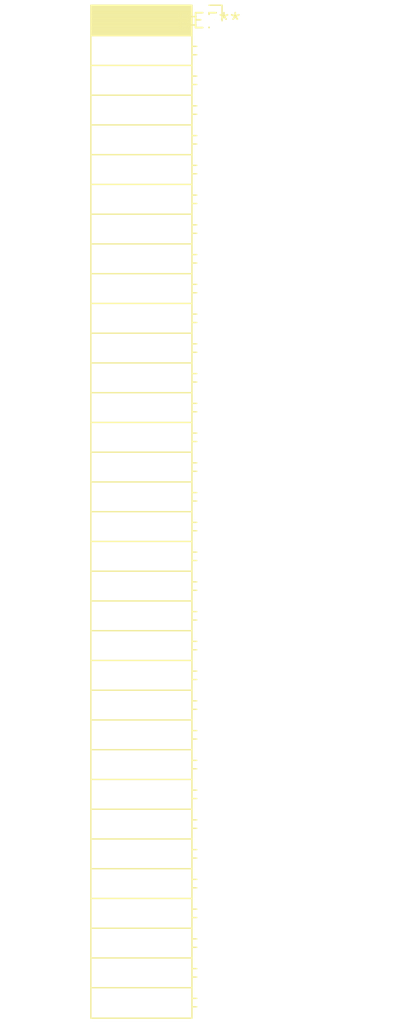
<source format=kicad_pcb>
(kicad_pcb (version 20240108) (generator pcbnew)
  (layers (0 "F.Cu" signal) (31 "B.Cu" signal) (34 "B.Paste" user) (35 "F.Paste" user) (36 "B.SilkS" user "B.Silkscreen") (37 "F.SilkS" user "F.Silkscreen") (38 "B.Mask" user) (39 "F.Mask" user) (44 "Edge.Cuts" user))
  (net 0 "")
  (footprint "PinSocket_1x34_P2.54mm_Horizontal" (layer "F.Cu") (at 0 0)
    (property "Reference" "REF**")
    (property "Value" "PinSocket_1x34_P2.54mm_Horizontal")
    (fp_line (start -10.09 -1.33) (end -10.09 85.15) (layer "F.SilkS") (stroke (width 0.12)))
    (fp_line (start -10.09 -1.33) (end -1.46 -1.33) (layer "F.SilkS") (stroke (width 0.12)))
    (fp_line (start -10.09 -1.21) (end -1.46 -1.21) (layer "F.SilkS") (stroke (width 0.12)))
    (fp_line (start -10.09 -1.091905) (end -1.46 -1.091905) (layer "F.SilkS") (stroke (width 0.12)))
    (fp_line (start -10.09 -0.97381) (end -1.46 -0.97381) (layer "F.SilkS") (stroke (width 0.12)))
    (fp_line (start -10.09 -0.855715) (end -1.46 -0.855715) (layer "F.SilkS") (stroke (width 0.12)))
    (fp_line (start -10.09 -0.73762) (end -1.46 -0.73762) (layer "F.SilkS") (stroke (width 0.12)))
    (fp_line (start -10.09 -0.619525) (end -1.46 -0.619525) (layer "F.SilkS") (stroke (width 0.12)))
    (fp_line (start -10.09 -0.50143) (end -1.46 -0.50143) (layer "F.SilkS") (stroke (width 0.12)))
    (fp_line (start -10.09 -0.383335) (end -1.46 -0.383335) (layer "F.SilkS") (stroke (width 0.12)))
    (fp_line (start -10.09 -0.26524) (end -1.46 -0.26524) (layer "F.SilkS") (stroke (width 0.12)))
    (fp_line (start -10.09 -0.147145) (end -1.46 -0.147145) (layer "F.SilkS") (stroke (width 0.12)))
    (fp_line (start -10.09 -0.02905) (end -1.46 -0.02905) (layer "F.SilkS") (stroke (width 0.12)))
    (fp_line (start -10.09 0.089045) (end -1.46 0.089045) (layer "F.SilkS") (stroke (width 0.12)))
    (fp_line (start -10.09 0.20714) (end -1.46 0.20714) (layer "F.SilkS") (stroke (width 0.12)))
    (fp_line (start -10.09 0.325235) (end -1.46 0.325235) (layer "F.SilkS") (stroke (width 0.12)))
    (fp_line (start -10.09 0.44333) (end -1.46 0.44333) (layer "F.SilkS") (stroke (width 0.12)))
    (fp_line (start -10.09 0.561425) (end -1.46 0.561425) (layer "F.SilkS") (stroke (width 0.12)))
    (fp_line (start -10.09 0.67952) (end -1.46 0.67952) (layer "F.SilkS") (stroke (width 0.12)))
    (fp_line (start -10.09 0.797615) (end -1.46 0.797615) (layer "F.SilkS") (stroke (width 0.12)))
    (fp_line (start -10.09 0.91571) (end -1.46 0.91571) (layer "F.SilkS") (stroke (width 0.12)))
    (fp_line (start -10.09 1.033805) (end -1.46 1.033805) (layer "F.SilkS") (stroke (width 0.12)))
    (fp_line (start -10.09 1.1519) (end -1.46 1.1519) (layer "F.SilkS") (stroke (width 0.12)))
    (fp_line (start -10.09 1.27) (end -1.46 1.27) (layer "F.SilkS") (stroke (width 0.12)))
    (fp_line (start -10.09 3.81) (end -1.46 3.81) (layer "F.SilkS") (stroke (width 0.12)))
    (fp_line (start -10.09 6.35) (end -1.46 6.35) (layer "F.SilkS") (stroke (width 0.12)))
    (fp_line (start -10.09 8.89) (end -1.46 8.89) (layer "F.SilkS") (stroke (width 0.12)))
    (fp_line (start -10.09 11.43) (end -1.46 11.43) (layer "F.SilkS") (stroke (width 0.12)))
    (fp_line (start -10.09 13.97) (end -1.46 13.97) (layer "F.SilkS") (stroke (width 0.12)))
    (fp_line (start -10.09 16.51) (end -1.46 16.51) (layer "F.SilkS") (stroke (width 0.12)))
    (fp_line (start -10.09 19.05) (end -1.46 19.05) (layer "F.SilkS") (stroke (width 0.12)))
    (fp_line (start -10.09 21.59) (end -1.46 21.59) (layer "F.SilkS") (stroke (width 0.12)))
    (fp_line (start -10.09 24.13) (end -1.46 24.13) (layer "F.SilkS") (stroke (width 0.12)))
    (fp_line (start -10.09 26.67) (end -1.46 26.67) (layer "F.SilkS") (stroke (width 0.12)))
    (fp_line (start -10.09 29.21) (end -1.46 29.21) (layer "F.SilkS") (stroke (width 0.12)))
    (fp_line (start -10.09 31.75) (end -1.46 31.75) (layer "F.SilkS") (stroke (width 0.12)))
    (fp_line (start -10.09 34.29) (end -1.46 34.29) (layer "F.SilkS") (stroke (width 0.12)))
    (fp_line (start -10.09 36.83) (end -1.46 36.83) (layer "F.SilkS") (stroke (width 0.12)))
    (fp_line (start -10.09 39.37) (end -1.46 39.37) (layer "F.SilkS") (stroke (width 0.12)))
    (fp_line (start -10.09 41.91) (end -1.46 41.91) (layer "F.SilkS") (stroke (width 0.12)))
    (fp_line (start -10.09 44.45) (end -1.46 44.45) (layer "F.SilkS") (stroke (width 0.12)))
    (fp_line (start -10.09 46.99) (end -1.46 46.99) (layer "F.SilkS") (stroke (width 0.12)))
    (fp_line (start -10.09 49.53) (end -1.46 49.53) (layer "F.SilkS") (stroke (width 0.12)))
    (fp_line (start -10.09 52.07) (end -1.46 52.07) (layer "F.SilkS") (stroke (width 0.12)))
    (fp_line (start -10.09 54.61) (end -1.46 54.61) (layer "F.SilkS") (stroke (width 0.12)))
    (fp_line (start -10.09 57.15) (end -1.46 57.15) (layer "F.SilkS") (stroke (width 0.12)))
    (fp_line (start -10.09 59.69) (end -1.46 59.69) (layer "F.SilkS") (stroke (width 0.12)))
    (fp_line (start -10.09 62.23) (end -1.46 62.23) (layer "F.SilkS") (stroke (width 0.12)))
    (fp_line (start -10.09 64.77) (end -1.46 64.77) (layer "F.SilkS") (stroke (width 0.12)))
    (fp_line (start -10.09 67.31) (end -1.46 67.31) (layer "F.SilkS") (stroke (width 0.12)))
    (fp_line (start -10.09 69.85) (end -1.46 69.85) (layer "F.SilkS") (stroke (width 0.12)))
    (fp_line (start -10.09 72.39) (end -1.46 72.39) (layer "F.SilkS") (stroke (width 0.12)))
    (fp_line (start -10.09 74.93) (end -1.46 74.93) (layer "F.SilkS") (stroke (width 0.12)))
    (fp_line (start -10.09 77.47) (end -1.46 77.47) (layer "F.SilkS") (stroke (width 0.12)))
    (fp_line (start -10.09 80.01) (end -1.46 80.01) (layer "F.SilkS") (stroke (width 0.12)))
    (fp_line (start -10.09 82.55) (end -1.46 82.55) (layer "F.SilkS") (stroke (width 0.12)))
    (fp_line (start -10.09 85.15) (end -1.46 85.15) (layer "F.SilkS") (stroke (width 0.12)))
    (fp_line (start -1.46 -1.33) (end -1.46 85.15) (layer "F.SilkS") (stroke (width 0.12)))
    (fp_line (start -1.46 -0.36) (end -1.11 -0.36) (layer "F.SilkS") (stroke (width 0.12)))
    (fp_line (start -1.46 0.36) (end -1.11 0.36) (layer "F.SilkS") (stroke (width 0.12)))
    (fp_line (start -1.46 2.18) (end -1.05 2.18) (layer "F.SilkS") (stroke (width 0.12)))
    (fp_line (start -1.46 2.9) (end -1.05 2.9) (layer "F.SilkS") (stroke (width 0.12)))
    (fp_line (start -1.46 4.72) (end -1.05 4.72) (layer "F.SilkS") (stroke (width 0.12)))
    (fp_line (start -1.46 5.44) (end -1.05 5.44) (layer "F.SilkS") (stroke (width 0.12)))
    (fp_line (start -1.46 7.26) (end -1.05 7.26) (layer "F.SilkS") (stroke (width 0.12)))
    (fp_line (start -1.46 7.98) (end -1.05 7.98) (layer "F.SilkS") (stroke (width 0.12)))
    (fp_line (start -1.46 9.8) (end -1.05 9.8) (layer "F.SilkS") (stroke (width 0.12)))
    (fp_line (start -1.46 10.52) (end -1.05 10.52) (layer "F.SilkS") (stroke (width 0.12)))
    (fp_line (start -1.46 12.34) (end -1.05 12.34) (layer "F.SilkS") (stroke (width 0.12)))
    (fp_line (start -1.46 13.06) (end -1.05 13.06) (layer "F.SilkS") (stroke (width 0.12)))
    (fp_line (start -1.46 14.88) (end -1.05 14.88) (layer "F.SilkS") (stroke (width 0.12)))
    (fp_line (start -1.46 15.6) (end -1.05 15.6) (layer "F.SilkS") (stroke (width 0.12)))
    (fp_line (start -1.46 17.42) (end -1.05 17.42) (layer "F.SilkS") (stroke (width 0.12)))
    (fp_line (start -1.46 18.14) (end -1.05 18.14) (layer "F.SilkS") (stroke (width 0.12)))
    (fp_line (start -1.46 19.96) (end -1.05 19.96) (layer "F.SilkS") (stroke (width 0.12)))
    (fp_line (start -1.46 20.68) (end -1.05 20.68) (layer "F.SilkS") (stroke (width 0.12)))
    (fp_line (start -1.46 22.5) (end -1.05 22.5) (layer "F.SilkS") (stroke (width 0.12)))
    (fp_line (start -1.46 23.22) (end -1.05 23.22) (layer "F.SilkS") (stroke (width 0.12)))
    (fp_line (start -1.46 25.04) (end -1.05 25.04) (layer "F.SilkS") (stroke (width 0.12)))
    (fp_line (start -1.46 25.76) (end -1.05 25.76) (layer "F.SilkS") (stroke (width 0.12)))
    (fp_line (start -1.46 27.58) (end -1.05 27.58) (layer "F.SilkS") (stroke (width 0.12)))
    (fp_line (start -1.46 28.3) (end -1.05 28.3) (layer "F.SilkS") (stroke (width 0.12)))
    (fp_line (start -1.46 30.12) (end -1.05 30.12) (layer "F.SilkS") (stroke (width 0.12)))
    (fp_line (start -1.46 30.84) (end -1.05 30.84) (layer "F.SilkS") (stroke (width 0.12)))
    (fp_line (start -1.46 32.66) (end -1.05 32.66) (layer "F.SilkS") (stroke (width 0.12)))
    (fp_line (start -1.46 33.38) (end -1.05 33.38) (layer "F.SilkS") (stroke (width 0.12)))
    (fp_line (start -1.46 35.2) (end -1.05 35.2) (layer "F.SilkS") (stroke (width 0.12)))
    (fp_line (start -1.46 35.92) (end -1.05 35.92) (layer "F.SilkS") (stroke (width 0.12)))
    (fp_line (start -1.46 37.74) (end -1.05 37.74) (layer "F.SilkS") (stroke (width 0.12)))
    (fp_line (start -1.46 38.46) (end -1.05 38.46) (layer "F.SilkS") (stroke (width 0.12)))
    (fp_line (start -1.46 40.28) (end -1.05 40.28) (layer "F.SilkS") (stroke (width 0.12)))
    (fp_line (start -1.46 41) (end -1.05 41) (layer "F.SilkS") (stroke (width 0.12)))
    (fp_line (start -1.46 42.82) (end -1.05 42.82) (layer "F.SilkS") (stroke (width 0.12)))
    (fp_line (start -1.46 43.54) (end -1.05 43.54) (layer "F.SilkS") (stroke (width 0.12)))
    (fp_line (start -1.46 45.36) (end -1.05 45.36) (layer "F.SilkS") (stroke (width 0.12)))
    (fp_line (start -1.46 46.08) (end -1.05 46.08) (layer "F.SilkS") (stroke (width 0.12)))
    (fp_line (start -1.46 47.9) (end -1.05 47.9) (layer "F.SilkS") (stroke (width 0.12)))
    (fp_line (start -1.46 48.62) (end -1.05 48.62) (layer "F.SilkS") (stroke (width 0.12)))
    (fp_line (start -1.46 50.44) (end -1.05 50.44) (layer "F.SilkS") (stroke (width 0.12)))
    (fp_line (start -1.46 51.16) (end -1.05 51.16) (layer "F.SilkS") (stroke (width 0.12)))
    (fp_line (start -1.46 52.98) (end -1.05 52.98) (layer "F.SilkS") (stroke (width 0.12)))
    (fp_line (start -1.46 53.7) (end -1.05 53.7) (layer "F.SilkS") (stroke (width 0.12)))
    (fp_line (start -1.46 55.52) (end -1.05 55.52) (layer "F.SilkS") (stroke (width 0.12)))
    (fp_line (start -1.46 56.24) (end -1.05 56.24) (layer "F.SilkS") (stroke (width 0.12)))
    (fp_line (start -1.46 58.06) (end -1.05 58.06) (layer "F.SilkS") (stroke (width 0.12)))
    (fp_line (start -1.46 58.78) (end -1.05 58.78) (layer "F.SilkS") (stroke (width 0.12)))
    (fp_line (start -1.46 60.6) (end -1.05 60.6) (layer "F.SilkS") (stroke (width 0.12)))
    (fp_line (start -1.46 61.32) (end -1.05 61.32) (layer "F.SilkS") (stroke (width 0.12)))
    (fp_line (start -1.46 63.14) (end -1.05 63.14) (layer "F.SilkS") (stroke (width 0.12)))
    (fp_line (start -1.46 63.86) (end -1.05 63.86) (layer "F.SilkS") (stroke (width 0.12)))
    (fp_line (start -1.46 65.68) (end -1.05 65.68) (layer "F.SilkS") (stroke (width 0.12)))
    (fp_line (start -1.46 66.4) (end -1.05 66.4) (layer "F.SilkS") (stroke (width 0.12)))
    (fp_line (start -1.46 68.22) (end -1.05 68.22) (layer "F.SilkS") (stroke (width 0.12)))
    (fp_line (start -1.46 68.94) (end -1.05 68.94) (layer "F.SilkS") (stroke (width 0.12)))
    (fp_line (start -1.46 70.76) (end -1.05 70.76) (layer "F.SilkS") (stroke (width 0.12)))
    (fp_line (start -1.46 71.48) (end -1.05 71.48) (layer "F.SilkS") (stroke (width 0.12)))
    (fp_line (start -1.46 73.3) (end -1.05 73.3) (layer "F.SilkS") (stroke (width 0.12)))
    (fp_line (start -1.46 74.02) (end -1.05 74.02) (layer "F.SilkS") (stroke (width 0.12)))
    (fp_line (start -1.46 75.84) (end -1.05 75.84) (layer "F.SilkS") (stroke (width 0.12)))
    (fp_line (start -1.46 76.56) (end -1.05 76.56) (layer "F.SilkS") (stroke (width 0.12)))
    (fp_line (start -1.46 78.38) (end -1.05 78.38) (layer "F.SilkS") (stroke (width 0.12)))
    (fp_line (start -1.46 79.1) (end -1.05 79.1) (layer "F.SilkS") (stroke (width 0.12)))
    (fp_line (start -1.46 80.92) (end -1.05 80.92) (layer "F.SilkS") (stroke (width 0.12)))
    (fp_line (start -1.46 81.64) (end -1.05 81.64) (layer "F.SilkS") (stroke (width 0.12)))
    (fp_line (start -1.46 83.46) (end -1.05 83.46) (layer "F.SilkS") (stroke (width 0.12)))
    (fp_line (start -1.46 84.18) (end -1.05 84.18) (layer "F.SilkS") (stroke (width 0.12)))
    (fp_line (start 0 -1.33) (end 1.11 -1.33) (layer "F.SilkS") (stroke (width 0.12)))
    (fp_line (start 1.11 -1.33) (end 1.11 0) (layer "F.SilkS") (stroke (width 0.12)))
    (pad "1" thru_hole rect (at 0 0) (size 1.7 1.7) (drill 1) (layers *.Cu *.Mask) (remove_unused_layers))
    (pad "2" thru_hole oval (at 0 2.54) (size 1.7 1.7) (drill 1) (layers *.Cu *.Mask) (remove_unused_layers))
    (pad "3" thru_hole oval (at 0 5.08) (size 1.7 1.7) (drill 1) (layers *.Cu *.Mask) (remove_unused_layers))
    (pad "4" thru_hole oval (at 0 7.62) (size 1.7 1.7) (drill 1) (layers *.Cu *.Mask) (remove_unused_layers))
    (pad "5" thru_hole oval (at 0 10.16) (size 1.7 1.7) (drill 1) (layers *.Cu *.Mask) (remove_unused_layers))
    (pad "6" thru_hole oval (at 0 12.7) (size 1.7 1.7) (drill 1) (layers *.Cu *.Mask) (remove_unused_layers))
    (pad "7" thru_hole oval (at 0 15.24) (size 1.7 1.7) (drill 1) (layers *.Cu *.Mask) (remove_unused_layers))
    (pad "8" thru_hole oval (at 0 17.78) (size 1.7 1.7) (drill 1) (layers *.Cu *.Mask) (remove_unused_layers))
    (pad "9" thru_hole oval (at 0 20.32) (size 1.7 1.7) (drill 1) (layers *.Cu *.Mask) (remove_unused_layers))
    (pad "10" thru_hole oval (at 0 22.86) (size 1.7 1.7) (drill 1) (layers *.Cu *.Mask) (remove_unused_layers))
    (pad "11" thru_hole oval (at 0 25.4) (size 1.7 1.7) (drill 1) (layers *.Cu *.Mask) (remove_unused_layers))
    (pad "12" thru_hole oval (at 0 27.94) (size 1.7 1.7) (drill 1) (layers *.Cu *.Mask) (remove_unused_layers))
    (pad "13" thru_hole oval (at 0 30.48) (size 1.7 1.7) (drill 1) (layers *.Cu *.Mask) (remove_unused_layers))
    (pad "14" thru_hole oval (at 0 33.02) (size 1.7 1.7) (drill 1) (layers *.Cu *.Mask) (remove_unused_layers))
    (pad "15" thru_hole oval (at 0 35.56) (size 1.7 1.7) (drill 1) (layers *.Cu *.Mask) (remove_unused_layers))
    (pad "16" thru_hole oval (at 0 38.1) (size 1.7 1.7) (drill 1) (layers *.Cu *.Mask) (remove_unused_layers))
    (pad "17" thru_hole oval (at 0 40.64) (size 1.7 1.7) (drill 1) (layers *.Cu *.Mask) (remove_unused_layers))
    (pad "18" thru_hole oval (at 0 43.18) (size 1.7 1.7) (drill 1) (layers *.Cu *.Mask) (remove_unused_layers))
    (pad "19" thru_hole oval (at 0 45.72) (size 1.7 1.7) (drill 1) (layers *.Cu *.Mask) (remove_unused_layers))
    (pad "20" thru_hole oval (at 0 48.26) (size 1.7 1.7) (drill 1) (layers *.Cu *.Mask) (remove_unused_layers))
    (pad "21" thru_hole oval (at 0 50.8) (size 1.7 1.7) (drill 1) (layers *.Cu *.Mask) (remove_unused_layers))
    (pad "22" thru_hole oval (at 0 53.34) (size 1.7 1.7) (drill 1) (layers *.Cu *.Mask) (remove_unused_layers))
    (pad "23" thru_hole oval (at 0 55.88) (size 1.7 1.7) (drill 1) (layers *.Cu *.Mask) (remove_unused_layers))
    (pad "24" thru_hole oval (at 0 58.42) (size 1.7 1.7) (drill 1) (layers *.Cu *.Mask) (remove_unused_layers))
    (pad "25" thru_hole oval (at 0 60.96) (size 1.7 1.7) (drill 1) (layers *.Cu *.Mask) (remove_unused_layers))
    (pad "26" thru_hole oval (at 0 63.5) (size 1.7 1.7) (drill 1) (layers *.Cu *.Mask) (remove_unused_layers))
    (pad "27" thru_hole oval (at 0 66.04) (size 1.7 1.7) (drill 1) (layers *.Cu *.Mask) (remove_unused_layers))
    (pad "28" thru_hole oval (at 0 68.58) (size 1.7 1.7) (drill 1) (layers *.Cu *.Mask) (remove_unused_layers))
    (pad "29" thru_hole oval (at 0 71.12) (size 1.7 1.7) (drill 1) (layers *.Cu *.Mask) (remove_unused_layers))
    (pad "30" thru_hole oval (at 0 73.66) (size 1.7 1.7) (drill 1) (layers *.Cu *.Mask) (remove_unused_layers))
    (pad "31" thru_hole oval (at 0 76.2) (size 1.7 1.7) (drill 1) (layers *.Cu *.Mask) (remove_unused_layers))
    (pad "32" thru_hole oval (at 0 78.74) (size 1.7 1.7) (drill 1) (layers *.Cu *.Mask) (remove_unused_layers))
    (pad "33" thru_hole oval (at 0 81.28) (size 1.7 1.7) (drill 1) (layers *.Cu *.Mask) (remove_unused_layers))
    (pad "34" thru_hole oval (at 0 83.82) (size 1.7 1.7) (drill 1) (layers *.Cu *.Mask) (remove_unused_layers))
  )
)
</source>
